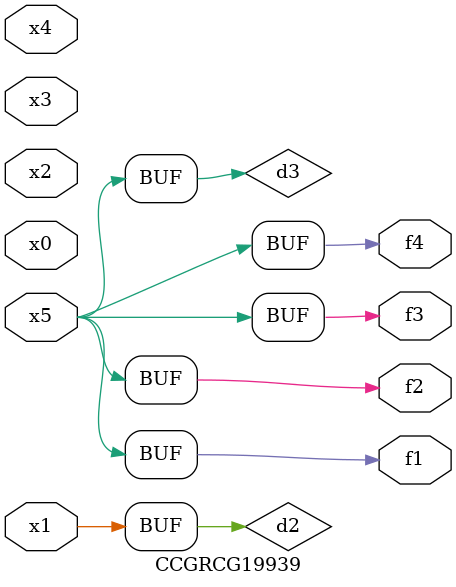
<source format=v>
module CCGRCG19939(
	input x0, x1, x2, x3, x4, x5,
	output f1, f2, f3, f4
);

	wire d1, d2, d3;

	not (d1, x5);
	or (d2, x1);
	xnor (d3, d1);
	assign f1 = d3;
	assign f2 = d3;
	assign f3 = d3;
	assign f4 = d3;
endmodule

</source>
